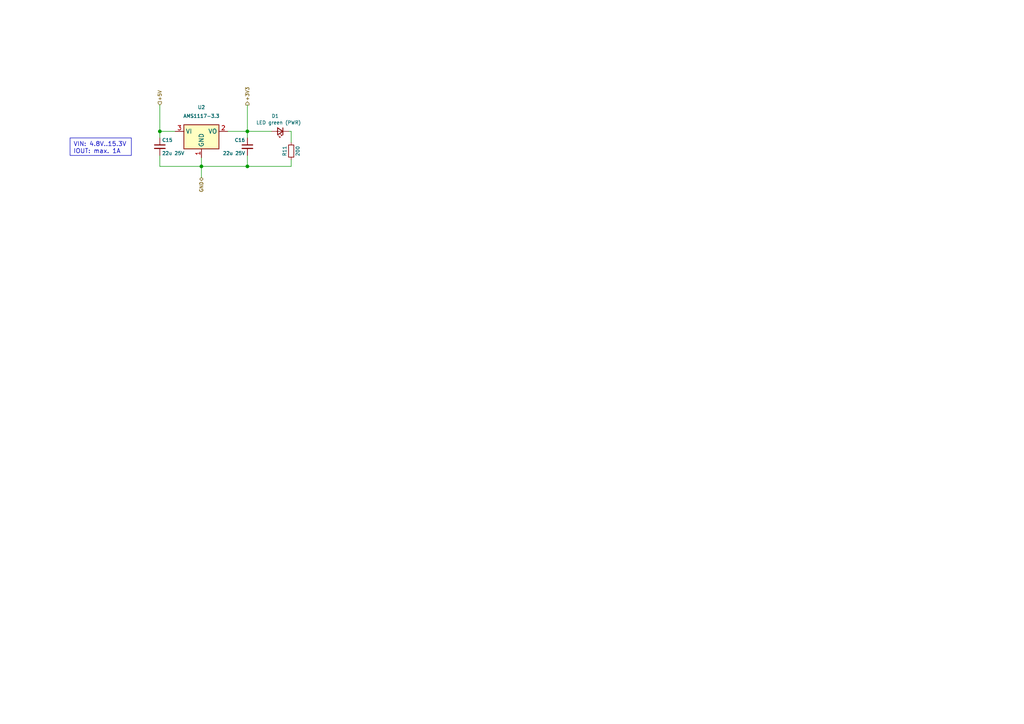
<source format=kicad_sch>
(kicad_sch (version 20230121) (generator eeschema)

  (uuid fb33549c-6dc7-44f3-b7ee-3ecd39fe3801)

  (paper "A4")

  (title_block
    (title "STM32F4 Uno")
    (date "2023-10-02")
    (rev "1.0.x-dev")
    (company "easy-smart solution GmbH")
  )

  (lib_symbols
    (symbol "Device:C_Small" (pin_numbers hide) (pin_names (offset 0.254) hide) (in_bom yes) (on_board yes)
      (property "Reference" "C" (at 0.254 1.778 0)
        (effects (font (size 1.27 1.27)) (justify left))
      )
      (property "Value" "C_Small" (at 0.254 -2.032 0)
        (effects (font (size 1.27 1.27)) (justify left))
      )
      (property "Footprint" "" (at 0 0 0)
        (effects (font (size 1.27 1.27)) hide)
      )
      (property "Datasheet" "~" (at 0 0 0)
        (effects (font (size 1.27 1.27)) hide)
      )
      (property "ki_keywords" "capacitor cap" (at 0 0 0)
        (effects (font (size 1.27 1.27)) hide)
      )
      (property "ki_description" "Unpolarized capacitor, small symbol" (at 0 0 0)
        (effects (font (size 1.27 1.27)) hide)
      )
      (property "ki_fp_filters" "C_*" (at 0 0 0)
        (effects (font (size 1.27 1.27)) hide)
      )
      (symbol "C_Small_0_1"
        (polyline
          (pts
            (xy -1.524 -0.508)
            (xy 1.524 -0.508)
          )
          (stroke (width 0.3302) (type default))
          (fill (type none))
        )
        (polyline
          (pts
            (xy -1.524 0.508)
            (xy 1.524 0.508)
          )
          (stroke (width 0.3048) (type default))
          (fill (type none))
        )
      )
      (symbol "C_Small_1_1"
        (pin passive line (at 0 2.54 270) (length 2.032)
          (name "~" (effects (font (size 1.27 1.27))))
          (number "1" (effects (font (size 1.27 1.27))))
        )
        (pin passive line (at 0 -2.54 90) (length 2.032)
          (name "~" (effects (font (size 1.27 1.27))))
          (number "2" (effects (font (size 1.27 1.27))))
        )
      )
    )
    (symbol "Device:LED_Small" (pin_numbers hide) (pin_names (offset 0.254) hide) (in_bom yes) (on_board yes)
      (property "Reference" "D" (at -1.27 3.175 0)
        (effects (font (size 1.27 1.27)) (justify left))
      )
      (property "Value" "LED_Small" (at -4.445 -2.54 0)
        (effects (font (size 1.27 1.27)) (justify left))
      )
      (property "Footprint" "" (at 0 0 90)
        (effects (font (size 1.27 1.27)) hide)
      )
      (property "Datasheet" "~" (at 0 0 90)
        (effects (font (size 1.27 1.27)) hide)
      )
      (property "ki_keywords" "LED diode light-emitting-diode" (at 0 0 0)
        (effects (font (size 1.27 1.27)) hide)
      )
      (property "ki_description" "Light emitting diode, small symbol" (at 0 0 0)
        (effects (font (size 1.27 1.27)) hide)
      )
      (property "ki_fp_filters" "LED* LED_SMD:* LED_THT:*" (at 0 0 0)
        (effects (font (size 1.27 1.27)) hide)
      )
      (symbol "LED_Small_0_1"
        (polyline
          (pts
            (xy -0.762 -1.016)
            (xy -0.762 1.016)
          )
          (stroke (width 0.254) (type default))
          (fill (type none))
        )
        (polyline
          (pts
            (xy 1.016 0)
            (xy -0.762 0)
          )
          (stroke (width 0) (type default))
          (fill (type none))
        )
        (polyline
          (pts
            (xy 0.762 -1.016)
            (xy -0.762 0)
            (xy 0.762 1.016)
            (xy 0.762 -1.016)
          )
          (stroke (width 0.254) (type default))
          (fill (type none))
        )
        (polyline
          (pts
            (xy 0 0.762)
            (xy -0.508 1.27)
            (xy -0.254 1.27)
            (xy -0.508 1.27)
            (xy -0.508 1.016)
          )
          (stroke (width 0) (type default))
          (fill (type none))
        )
        (polyline
          (pts
            (xy 0.508 1.27)
            (xy 0 1.778)
            (xy 0.254 1.778)
            (xy 0 1.778)
            (xy 0 1.524)
          )
          (stroke (width 0) (type default))
          (fill (type none))
        )
      )
      (symbol "LED_Small_1_1"
        (pin passive line (at -2.54 0 0) (length 1.778)
          (name "K" (effects (font (size 1.27 1.27))))
          (number "1" (effects (font (size 1.27 1.27))))
        )
        (pin passive line (at 2.54 0 180) (length 1.778)
          (name "A" (effects (font (size 1.27 1.27))))
          (number "2" (effects (font (size 1.27 1.27))))
        )
      )
    )
    (symbol "Device:R_Small" (pin_numbers hide) (pin_names (offset 0.254) hide) (in_bom yes) (on_board yes)
      (property "Reference" "R" (at 0.762 0.508 0)
        (effects (font (size 1.27 1.27)) (justify left))
      )
      (property "Value" "R_Small" (at 0.762 -1.016 0)
        (effects (font (size 1.27 1.27)) (justify left))
      )
      (property "Footprint" "" (at 0 0 0)
        (effects (font (size 1.27 1.27)) hide)
      )
      (property "Datasheet" "~" (at 0 0 0)
        (effects (font (size 1.27 1.27)) hide)
      )
      (property "ki_keywords" "R resistor" (at 0 0 0)
        (effects (font (size 1.27 1.27)) hide)
      )
      (property "ki_description" "Resistor, small symbol" (at 0 0 0)
        (effects (font (size 1.27 1.27)) hide)
      )
      (property "ki_fp_filters" "R_*" (at 0 0 0)
        (effects (font (size 1.27 1.27)) hide)
      )
      (symbol "R_Small_0_1"
        (rectangle (start -0.762 1.778) (end 0.762 -1.778)
          (stroke (width 0.2032) (type default))
          (fill (type none))
        )
      )
      (symbol "R_Small_1_1"
        (pin passive line (at 0 2.54 270) (length 0.762)
          (name "~" (effects (font (size 1.27 1.27))))
          (number "1" (effects (font (size 1.27 1.27))))
        )
        (pin passive line (at 0 -2.54 90) (length 0.762)
          (name "~" (effects (font (size 1.27 1.27))))
          (number "2" (effects (font (size 1.27 1.27))))
        )
      )
    )
    (symbol "Regulator_Linear:AMS1117-3.3" (in_bom yes) (on_board yes)
      (property "Reference" "U" (at -3.81 3.175 0)
        (effects (font (size 1.27 1.27)))
      )
      (property "Value" "AMS1117-3.3" (at 0 3.175 0)
        (effects (font (size 1.27 1.27)) (justify left))
      )
      (property "Footprint" "Package_TO_SOT_SMD:SOT-223-3_TabPin2" (at 0 5.08 0)
        (effects (font (size 1.27 1.27)) hide)
      )
      (property "Datasheet" "http://www.advanced-monolithic.com/pdf/ds1117.pdf" (at 2.54 -6.35 0)
        (effects (font (size 1.27 1.27)) hide)
      )
      (property "ki_keywords" "linear regulator ldo fixed positive" (at 0 0 0)
        (effects (font (size 1.27 1.27)) hide)
      )
      (property "ki_description" "1A Low Dropout regulator, positive, 3.3V fixed output, SOT-223" (at 0 0 0)
        (effects (font (size 1.27 1.27)) hide)
      )
      (property "ki_fp_filters" "SOT?223*TabPin2*" (at 0 0 0)
        (effects (font (size 1.27 1.27)) hide)
      )
      (symbol "AMS1117-3.3_0_1"
        (rectangle (start -5.08 -5.08) (end 5.08 1.905)
          (stroke (width 0.254) (type default))
          (fill (type background))
        )
      )
      (symbol "AMS1117-3.3_1_1"
        (pin power_in line (at 0 -7.62 90) (length 2.54)
          (name "GND" (effects (font (size 1.27 1.27))))
          (number "1" (effects (font (size 1.27 1.27))))
        )
        (pin power_out line (at 7.62 0 180) (length 2.54)
          (name "VO" (effects (font (size 1.27 1.27))))
          (number "2" (effects (font (size 1.27 1.27))))
        )
        (pin power_in line (at -7.62 0 0) (length 2.54)
          (name "VI" (effects (font (size 1.27 1.27))))
          (number "3" (effects (font (size 1.27 1.27))))
        )
      )
    )
  )

  (junction (at 71.755 48.26) (diameter 0) (color 0 0 0 0)
    (uuid 121602b1-ca64-4ec1-8639-1388ca3d9787)
  )
  (junction (at 58.42 48.26) (diameter 0) (color 0 0 0 0)
    (uuid 59e11a4b-dd9e-4559-aed1-bd56a7b15f91)
  )
  (junction (at 71.755 38.1) (diameter 0) (color 0 0 0 0)
    (uuid a88443b3-ada9-45ab-823a-698babb51ea5)
  )
  (junction (at 46.355 38.1) (diameter 0) (color 0 0 0 0)
    (uuid b61cbe8f-f82e-4d9c-a52a-66efb21f1076)
  )

  (wire (pts (xy 46.355 40.005) (xy 46.355 38.1))
    (stroke (width 0) (type default))
    (uuid 154298d1-73e3-4292-95ae-fd2e626ae20a)
  )
  (wire (pts (xy 71.755 48.26) (xy 84.455 48.26))
    (stroke (width 0) (type default))
    (uuid 327e51ed-ead4-4c90-a07d-cbe49bc7d4ce)
  )
  (wire (pts (xy 58.42 48.26) (xy 58.42 51.435))
    (stroke (width 0) (type default))
    (uuid 4a290d54-6094-479f-9cd9-3c33f2c9c7cd)
  )
  (wire (pts (xy 71.755 30.48) (xy 71.755 38.1))
    (stroke (width 0) (type default))
    (uuid 59b2c052-c8fd-47e6-a50e-034f3170cde9)
  )
  (wire (pts (xy 71.755 38.1) (xy 71.755 40.005))
    (stroke (width 0) (type default))
    (uuid 6c331e67-646d-4be3-9258-7c1634fa2593)
  )
  (wire (pts (xy 46.355 48.26) (xy 58.42 48.26))
    (stroke (width 0) (type default))
    (uuid 86c0cc5c-b62f-456e-8757-7b92936e1d82)
  )
  (wire (pts (xy 58.42 48.26) (xy 71.755 48.26))
    (stroke (width 0) (type default))
    (uuid 8c85b598-9835-4973-9e5c-50a88c54e904)
  )
  (wire (pts (xy 46.355 38.1) (xy 50.8 38.1))
    (stroke (width 0) (type default))
    (uuid a35acc7e-290d-41ad-ae52-9961643305d0)
  )
  (wire (pts (xy 58.42 48.26) (xy 58.42 45.72))
    (stroke (width 0) (type default))
    (uuid b048de78-9f2e-4b45-be2c-ca5b91b81dd4)
  )
  (wire (pts (xy 71.755 45.085) (xy 71.755 48.26))
    (stroke (width 0) (type default))
    (uuid c93e7569-c426-430c-9557-61a21fd488ce)
  )
  (wire (pts (xy 71.755 38.1) (xy 78.74 38.1))
    (stroke (width 0) (type default))
    (uuid ccae13dd-1405-409e-ac5a-9c06891e677f)
  )
  (wire (pts (xy 46.355 30.48) (xy 46.355 38.1))
    (stroke (width 0) (type default))
    (uuid cd0acd0a-d9ec-46df-9011-23e627d3382b)
  )
  (wire (pts (xy 84.455 46.355) (xy 84.455 48.26))
    (stroke (width 0) (type default))
    (uuid cff6ae5f-5915-4a48-a578-99ffdc73cb05)
  )
  (wire (pts (xy 46.355 45.085) (xy 46.355 48.26))
    (stroke (width 0) (type default))
    (uuid d6a413b7-5bdc-4ecc-9687-0191ba895621)
  )
  (wire (pts (xy 84.455 38.1) (xy 83.82 38.1))
    (stroke (width 0) (type default))
    (uuid dcc769f9-bbd4-4431-a350-9b8416de2f14)
  )
  (wire (pts (xy 66.04 38.1) (xy 71.755 38.1))
    (stroke (width 0) (type default))
    (uuid f44ca186-1a79-462b-b0f0-565297503115)
  )
  (wire (pts (xy 84.455 41.275) (xy 84.455 38.1))
    (stroke (width 0) (type default))
    (uuid fb7a3b76-2896-4902-aaa6-3019fe1c9a56)
  )

  (text_box "VIN: 4.8V..15.3V\nIOUT: max. 1A"
    (at 20.32 40.005 0) (size 17.78 5.08)
    (stroke (width 0) (type default))
    (fill (type none))
    (effects (font (size 1.27 1.27)) (justify left top))
    (uuid 76f40b60-c5c4-4086-beec-ef34649f2a88)
  )

  (hierarchical_label "GND" (shape bidirectional) (at 58.42 51.435 270) (fields_autoplaced)
    (effects (font (size 1 1)) (justify right))
    (uuid 357c521f-9a39-41b0-b0ae-9f12e8566296)
  )
  (hierarchical_label "+5V" (shape input) (at 46.355 30.48 90) (fields_autoplaced)
    (effects (font (size 1 1)) (justify left))
    (uuid 5c304639-70d6-478a-8fcc-a5fcc6effea2)
  )
  (hierarchical_label "+3V3" (shape output) (at 71.755 30.48 90) (fields_autoplaced)
    (effects (font (size 1 1)) (justify left))
    (uuid 7e4c3561-7560-4a80-bbf5-4d082f238077)
  )

  (symbol (lib_id "Device:C_Small") (at 71.755 42.545 0) (mirror y) (unit 1)
    (in_bom yes) (on_board yes) (dnp no)
    (uuid 45182fbe-f546-4479-913f-49443c7e6e2f)
    (property "Reference" "C16" (at 71.12 40.64 0)
      (effects (font (size 1 1)) (justify left))
    )
    (property "Value" "22u 25V" (at 71.12 44.45 0)
      (effects (font (size 1 1)) (justify left))
    )
    (property "Footprint" "Capacitor_SMD:C_0805_2012Metric" (at 71.755 42.545 0)
      (effects (font (size 1 1)) hide)
    )
    (property "Datasheet" "~" (at 71.755 42.545 0)
      (effects (font (size 1 1)) hide)
    )
    (property "Description" "25V 22uF X5R ±20% 0805  Multilayer Ceramic Capacitors MLCC - SMD/SMT ROHS" (at 71.755 42.545 0)
      (effects (font (size 1 1)) hide)
    )
    (property "JLCPCB Part #" "C45783" (at 71.755 42.545 0)
      (effects (font (size 1 1)) hide)
    )
    (property "Manufacturer" "Samsung Electro-Mechanics" (at 71.755 42.545 0)
      (effects (font (size 1 1)) hide)
    )
    (property "Manufacturer_Name" "Samsung Electro-Mechanics" (at 71.755 42.545 0)
      (effects (font (size 1 1)) hide)
    )
    (property "Manufacturer_Part_Number" "CL21A226MAQNNNE" (at 71.755 42.545 0)
      (effects (font (size 1 1)) hide)
    )
    (property "Partnumber" "CL21A226MAQNNNE" (at 71.755 42.545 0)
      (effects (font (size 1 1)) hide)
    )
    (property "isBasicPart" "YES" (at 71.755 42.545 0)
      (effects (font (size 1 1)) hide)
    )
    (pin "1" (uuid 796550a1-3edf-46b6-8561-be5d5b48af41))
    (pin "2" (uuid 506d2895-0f76-4d70-9654-3d5beafb884e))
    (instances
      (project "stm32f1_nano"
        (path "/0d35483a-0b12-46cc-b9f2-896fd6831779"
          (reference "C16") (unit 1)
        )
      )
      (project "stm32f407vg"
        (path "/2d452db2-a0cd-4a57-9497-df1dd0591a30"
          (reference "C1") (unit 1)
        )
        (path "/2d452db2-a0cd-4a57-9497-df1dd0591a30/3fc0c7b9-3f68-401d-a562-a4bf607ef36a"
          (reference "C302") (unit 1)
        )
      )
      (project "basicparts"
        (path "/43a31acf-2604-4bbd-9556-e633c3dff6c4"
          (reference "C104") (unit 1)
        )
      )
      (project "stm32f4_uno"
        (path "/e63e39d7-6ac0-4ffd-8aa3-1841a4541b55"
          (reference "C116") (unit 1)
        )
        (path "/e63e39d7-6ac0-4ffd-8aa3-1841a4541b55/0d09f1c5-80ef-4ecd-bc99-7e5b757caf07"
          (reference "C502") (unit 1)
        )
        (path "/e63e39d7-6ac0-4ffd-8aa3-1841a4541b55/e72a8332-3ba4-45eb-8660-3dc6fc018488"
          (reference "C402") (unit 1)
        )
      )
    )
  )

  (symbol (lib_id "Device:LED_Small") (at 81.28 38.1 180) (unit 1)
    (in_bom yes) (on_board yes) (dnp no)
    (uuid 66dde913-5571-4ac4-8679-430bf10a85c4)
    (property "Reference" "D1" (at 78.74 33.655 0)
      (effects (font (size 1 1)) (justify right))
    )
    (property "Value" "LED green (PWR)" (at 74.295 35.56 0)
      (effects (font (size 1 1)) (justify right))
    )
    (property "Footprint" "LED_SMD:LED_0603_1608Metric" (at 81.28 38.1 90)
      (effects (font (size 1 1)) hide)
    )
    (property "Datasheet" "https://datasheet.lcsc.com/lcsc/1811101510_Everlight-Elec-19-217-GHC-YR1S2-3T_C72043.pdf" (at 81.28 38.1 90)
      (effects (font (size 1 1)) hide)
    )
    (property "Description" "Colorless transparence -40℃~+85℃ 520nm~535nm Emerald 120° 110mW 0603  Light Emitting Diodes (LED) ROHS" (at 81.28 38.1 0)
      (effects (font (size 1 1)) hide)
    )
    (property "Manufacturer" "Everlight Elec" (at 81.28 38.1 0)
      (effects (font (size 1 1)) hide)
    )
    (property "Partnumber" "19-217/GHC-YR1S2/3T" (at 81.28 38.1 0)
      (effects (font (size 1 1)) hide)
    )
    (property "JLCPCB Part #" "C72043" (at 81.28 38.1 0)
      (effects (font (size 1 1)) hide)
    )
    (property "Manufacturer_Name" "Everlight Elec" (at 81.28 38.1 0)
      (effects (font (size 1 1)) hide)
    )
    (property "Manufacturer_Part_Number" "19-217/GHC-YR1S2/3T" (at 81.28 38.1 0)
      (effects (font (size 1 1)) hide)
    )
    (property "isBasicPart" "YES" (at 81.28 38.1 0)
      (effects (font (size 1 1)) hide)
    )
    (pin "1" (uuid 19219729-a1b4-4e05-b40c-9ef0143e5a6f))
    (pin "2" (uuid 23f37a58-4797-49b9-89cf-23ce5181ed30))
    (instances
      (project "stm32f1_nano"
        (path "/0d35483a-0b12-46cc-b9f2-896fd6831779"
          (reference "D1") (unit 1)
        )
      )
      (project "stm32f407vg"
        (path "/2d452db2-a0cd-4a57-9497-df1dd0591a30"
          (reference "D1") (unit 1)
        )
        (path "/2d452db2-a0cd-4a57-9497-df1dd0591a30/3fc0c7b9-3f68-401d-a562-a4bf607ef36a"
          (reference "D301") (unit 1)
        )
      )
      (project "basicparts"
        (path "/43a31acf-2604-4bbd-9556-e633c3dff6c4"
          (reference "D102") (unit 1)
        )
      )
      (project "stm32f4_uno"
        (path "/e63e39d7-6ac0-4ffd-8aa3-1841a4541b55/e72a8332-3ba4-45eb-8660-3dc6fc018488"
          (reference "D401") (unit 1)
        )
        (path "/e63e39d7-6ac0-4ffd-8aa3-1841a4541b55/7fb4eaf4-74c6-419d-8578-6cd0a966ea13"
          (reference "D401") (unit 1)
        )
      )
    )
  )

  (symbol (lib_id "Regulator_Linear:AMS1117-3.3") (at 58.42 38.1 0) (unit 1)
    (in_bom yes) (on_board yes) (dnp no) (fields_autoplaced)
    (uuid 68a66699-60f0-4c43-a966-62a30e913819)
    (property "Reference" "U2" (at 58.42 31.115 0)
      (effects (font (size 1 1)))
    )
    (property "Value" "AMS1117-3.3" (at 58.42 33.655 0)
      (effects (font (size 1 1)))
    )
    (property "Footprint" "Package_TO_SOT_SMD:SOT-223-3_TabPin2" (at 58.42 33.02 0)
      (effects (font (size 1 1)) hide)
    )
    (property "Datasheet" "http://www.advanced-monolithic.com/pdf/ds1117.pdf" (at 60.96 44.45 0)
      (effects (font (size 1 1)) hide)
    )
    (property "Description" "72dB@(120Hz) 1A Fixed 3.3V~3.3V Positive SOT-223  Linear Voltage Regulators (LDO) ROHS" (at 58.42 38.1 0)
      (effects (font (size 1 1)) hide)
    )
    (property "Manufacturer" "Advanced Monolithic Systems" (at 58.42 38.1 0)
      (effects (font (size 1 1)) hide)
    )
    (property "Partnumber" "AMS1117-3.3" (at 58.42 38.1 0)
      (effects (font (size 1 1)) hide)
    )
    (property "JLCPCB Part #" "C6186" (at 58.42 38.1 0)
      (effects (font (size 1 1)) hide)
    )
    (property "isBasicPart" "YES" (at 58.42 38.1 0)
      (effects (font (size 1 1)) hide)
    )
    (pin "1" (uuid 96d72062-c170-4e52-a877-b90c02d5c168))
    (pin "2" (uuid 8c97895f-e953-497c-ae6d-dec97d499b70))
    (pin "3" (uuid fd7a2d0c-a3b9-44c1-b919-1dbcf65f0f0f))
    (instances
      (project "stm32f407vg"
        (path "/2d452db2-a0cd-4a57-9497-df1dd0591a30"
          (reference "U2") (unit 1)
        )
        (path "/2d452db2-a0cd-4a57-9497-df1dd0591a30/3fc0c7b9-3f68-401d-a562-a4bf607ef36a"
          (reference "U301") (unit 1)
        )
      )
      (project "basicparts"
        (path "/43a31acf-2604-4bbd-9556-e633c3dff6c4"
          (reference "U102") (unit 1)
        )
        (path "/43a31acf-2604-4bbd-9556-e633c3dff6c4/2ae515ab-9954-426c-a077-e4e2bb86fb91"
          (reference "U1") (unit 1)
        )
      )
      (project "stm32f4_uno"
        (path "/e63e39d7-6ac0-4ffd-8aa3-1841a4541b55/e72a8332-3ba4-45eb-8660-3dc6fc018488"
          (reference "U401") (unit 1)
        )
      )
    )
  )

  (symbol (lib_id "Device:R_Small") (at 84.455 43.815 180) (unit 1)
    (in_bom yes) (on_board yes) (dnp no)
    (uuid 6e037b56-aaa9-4551-b316-7cd46c1462cf)
    (property "Reference" "R11" (at 82.55 43.815 90)
      (effects (font (size 1 1)))
    )
    (property "Value" "200" (at 86.36 43.815 90)
      (effects (font (size 1 1)))
    )
    (property "Footprint" "Resistor_SMD:R_0402_1005Metric" (at 84.455 43.815 0)
      (effects (font (size 1 1)) hide)
    )
    (property "Datasheet" "~" (at 84.455 43.815 0)
      (effects (font (size 1 1)) hide)
    )
    (property "Description" "62.5mW Thick Film Resistors ±100ppm/℃ ±1% 200Ω 0402  Chip Resistor - Surface Mount ROHS" (at 84.455 43.815 0)
      (effects (font (size 1 1)) hide)
    )
    (property "JLCPCB Part #" "C25087" (at 84.455 43.815 0)
      (effects (font (size 1 1)) hide)
    )
    (property "Manufacturer" "UNI-ROYAL(Uniroyal Elec)" (at 84.455 43.815 0)
      (effects (font (size 1 1)) hide)
    )
    (property "Partnumber" "0402WGF2000TCE" (at 84.455 43.815 0)
      (effects (font (size 1 1)) hide)
    )
    (property "isBasicPart" "YES" (at 84.455 43.815 0)
      (effects (font (size 1 1)) hide)
    )
    (pin "1" (uuid 4b375e8c-091b-4c74-afb4-8ca347a7162a))
    (pin "2" (uuid 59bb6ec9-4483-4a65-83a0-c881c298f6fc))
    (instances
      (project "stm32f1_nano"
        (path "/0d35483a-0b12-46cc-b9f2-896fd6831779"
          (reference "R11") (unit 1)
        )
      )
      (project "stm32f407vg"
        (path "/2d452db2-a0cd-4a57-9497-df1dd0591a30"
          (reference "R123") (unit 1)
        )
        (path "/2d452db2-a0cd-4a57-9497-df1dd0591a30/cb9cd892-4fab-4f54-9695-d8ba54556bb0"
          (reference "R252") (unit 1)
        )
        (path "/2d452db2-a0cd-4a57-9497-df1dd0591a30/480569e0-5dbc-4314-a9d6-1dbd834f5833"
          (reference "R502") (unit 1)
        )
        (path "/2d452db2-a0cd-4a57-9497-df1dd0591a30/3fc0c7b9-3f68-401d-a562-a4bf607ef36a"
          (reference "R301") (unit 1)
        )
      )
      (project "basicparts"
        (path "/43a31acf-2604-4bbd-9556-e633c3dff6c4"
          (reference "R114") (unit 1)
        )
      )
      (project "stm32f4_uno"
        (path "/e63e39d7-6ac0-4ffd-8aa3-1841a4541b55/e72a8332-3ba4-45eb-8660-3dc6fc018488"
          (reference "R401") (unit 1)
        )
        (path "/e63e39d7-6ac0-4ffd-8aa3-1841a4541b55/7fb4eaf4-74c6-419d-8578-6cd0a966ea13"
          (reference "R401") (unit 1)
        )
      )
    )
  )

  (symbol (lib_id "Device:C_Small") (at 46.355 42.545 0) (unit 1)
    (in_bom yes) (on_board yes) (dnp no)
    (uuid 7bcacf24-b4e4-46c9-bb6a-643a4f046033)
    (property "Reference" "C15" (at 46.99 40.64 0)
      (effects (font (size 1 1)) (justify left))
    )
    (property "Value" "22u 25V" (at 46.99 44.45 0)
      (effects (font (size 1 1)) (justify left))
    )
    (property "Footprint" "Capacitor_SMD:C_0805_2012Metric" (at 46.355 42.545 0)
      (effects (font (size 1 1)) hide)
    )
    (property "Datasheet" "~" (at 46.355 42.545 0)
      (effects (font (size 1 1)) hide)
    )
    (property "Description" "25V 22uF X5R ±20% 0805  Multilayer Ceramic Capacitors MLCC - SMD/SMT ROHS" (at 46.355 42.545 0)
      (effects (font (size 1 1)) hide)
    )
    (property "JLCPCB Part #" "C45783" (at 46.355 42.545 0)
      (effects (font (size 1 1)) hide)
    )
    (property "Manufacturer" "Samsung Electro-Mechanics" (at 46.355 42.545 0)
      (effects (font (size 1 1)) hide)
    )
    (property "Manufacturer_Name" "Samsung Electro-Mechanics" (at 46.355 42.545 0)
      (effects (font (size 1 1)) hide)
    )
    (property "Manufacturer_Part_Number" "CL21A226MAQNNNE" (at 46.355 42.545 0)
      (effects (font (size 1 1)) hide)
    )
    (property "Partnumber" "CL21A226MAQNNNE" (at 46.355 42.545 0)
      (effects (font (size 1 1)) hide)
    )
    (property "isBasicPart" "YES" (at 46.355 42.545 0)
      (effects (font (size 1 1)) hide)
    )
    (pin "1" (uuid 45c9947c-644a-4c73-b43a-f7575730aa0f))
    (pin "2" (uuid 4add71b7-c17c-43ad-b95a-f0ad83f3f9f8))
    (instances
      (project "stm32f1_nano"
        (path "/0d35483a-0b12-46cc-b9f2-896fd6831779"
          (reference "C15") (unit 1)
        )
      )
      (project "stm32f407vg"
        (path "/2d452db2-a0cd-4a57-9497-df1dd0591a30"
          (reference "C1") (unit 1)
        )
        (path "/2d452db2-a0cd-4a57-9497-df1dd0591a30/3fc0c7b9-3f68-401d-a562-a4bf607ef36a"
          (reference "C302") (unit 1)
        )
      )
      (project "basicparts"
        (path "/43a31acf-2604-4bbd-9556-e633c3dff6c4"
          (reference "C104") (unit 1)
        )
      )
      (project "stm32f4_uno"
        (path "/e63e39d7-6ac0-4ffd-8aa3-1841a4541b55"
          (reference "C115") (unit 1)
        )
        (path "/e63e39d7-6ac0-4ffd-8aa3-1841a4541b55/0d09f1c5-80ef-4ecd-bc99-7e5b757caf07"
          (reference "C501") (unit 1)
        )
        (path "/e63e39d7-6ac0-4ffd-8aa3-1841a4541b55/e72a8332-3ba4-45eb-8660-3dc6fc018488"
          (reference "C401") (unit 1)
        )
      )
    )
  )
)

</source>
